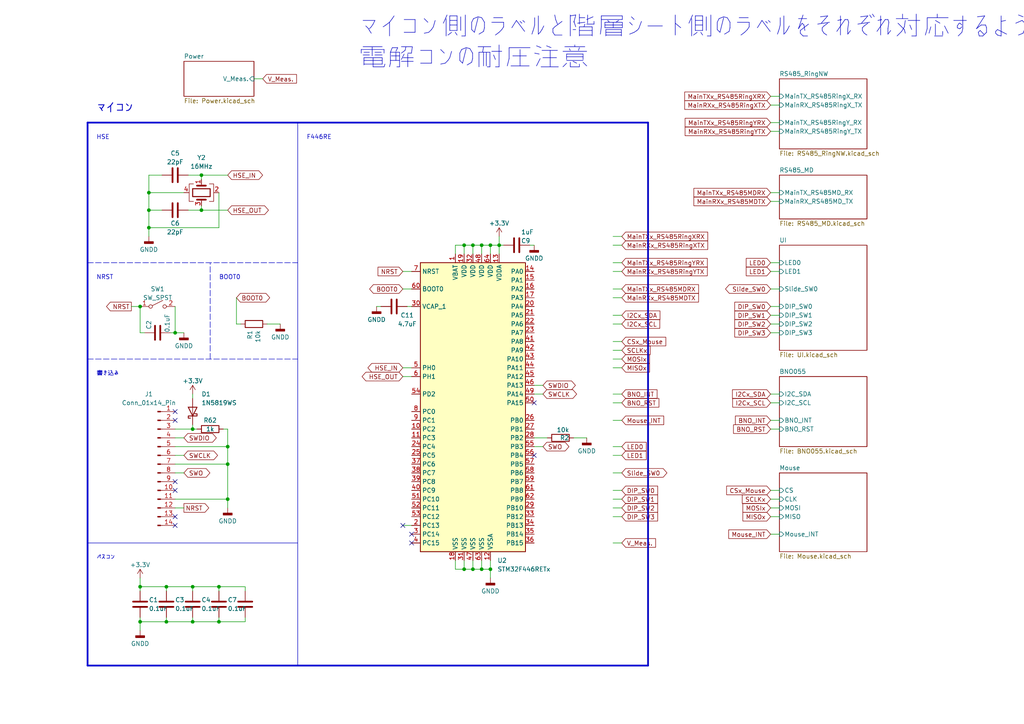
<source format=kicad_sch>
(kicad_sch (version 20230121) (generator eeschema)
  (paper "A4")
  (lib_symbols
    (symbol "Connector:Conn_01x14_Pin" (pin_names (offset 1.016) hide)
      (property "Reference" "J" (at 0 17.78 0))
      (property "Value" "Conn_01x14_Pin" (at 0 -20.32 0))
      (symbol "Conn_01x14_Pin_1_1"
        (polyline (pts (xy 1.27 -17.78) (xy 0.8636 -17.78)) (stroke (width 0.1524)))
        (polyline (pts (xy 1.27 -15.24) (xy 0.8636 -15.24)) (stroke (width 0.1524)))
        (polyline (pts (xy 1.27 -12.7) (xy 0.8636 -12.7)) (stroke (width 0.1524)))
        (polyline (pts (xy 1.27 -10.16) (xy 0.8636 -10.16)) (stroke (width 0.1524)))
        (polyline (pts (xy 1.27 -7.62) (xy 0.8636 -7.62)) (stroke (width 0.1524)))
        (polyline (pts (xy 1.27 -5.08) (xy 0.8636 -5.08)) (stroke (width 0.1524)))
        (polyline (pts (xy 1.27 -2.54) (xy 0.8636 -2.54)) (stroke (width 0.1524)))
        (polyline (pts (xy 1.27 0) (xy 0.8636 0)) (stroke (width 0.1524)))
        (polyline (pts (xy 1.27 2.54) (xy 0.8636 2.54)) (stroke (width 0.1524)))
        (polyline (pts (xy 1.27 5.08) (xy 0.8636 5.08)) (stroke (width 0.1524)))
        (polyline (pts (xy 1.27 7.62) (xy 0.8636 7.62)) (stroke (width 0.1524)))
        (polyline (pts (xy 1.27 10.16) (xy 0.8636 10.16)) (stroke (width 0.1524)))
        (polyline (pts (xy 1.27 12.7) (xy 0.8636 12.7)) (stroke (width 0.1524)))
        (polyline (pts (xy 1.27 15.24) (xy 0.8636 15.24)) (stroke (width 0.1524)))
        (rectangle (start 0.8636 -17.653) (end 0 -17.907) (stroke (width 0.1524)) (fill (type outline)))
        (rectangle (start 0.8636 -15.113) (end 0 -15.367) (stroke (width 0.1524)) (fill (type outline)))
        (rectangle (start 0.8636 -12.573) (end 0 -12.827) (stroke (width 0.1524)) (fill (type outline)))
        (rectangle (start 0.8636 -10.033) (end 0 -10.287) (stroke (width 0.1524)) (fill (type outline)))
        (rectangle (start 0.8636 -7.493) (end 0 -7.747) (stroke (width 0.1524)) (fill (type outline)))
        (rectangle (start 0.8636 -4.953) (end 0 -5.207) (stroke (width 0.1524)) (fill (type outline)))
        (rectangle (start 0.8636 -2.413) (end 0 -2.667) (stroke (width 0.1524)) (fill (type outline)))
        (rectangle (start 0.8636 0.127) (end 0 -0.127) (stroke (width 0.1524)) (fill (type outline)))
        (rectangle (start 0.8636 2.667) (end 0 2.413) (stroke (width 0.1524)) (fill (type outline)))
        (rectangle (start 0.8636 5.207) (end 0 4.953) (stroke (width 0.1524)) (fill (type outline)))
        (rectangle (start 0.8636 7.747) (end 0 7.493) (stroke (width 0.1524)) (fill (type outline)))
        (rectangle (start 0.8636 10.287) (end 0 10.033) (stroke (width 0.1524)) (fill (type outline)))
        (rectangle (start 0.8636 12.827) (end 0 12.573) (stroke (width 0.1524)) (fill (type outline)))
        (rectangle (start 0.8636 15.367) (end 0 15.113) (stroke (width 0.1524)) (fill (type outline)))
        (pin passive line (at 5.08 15.24 180) (length 3.81) (name "Pin_1") (number "1"))
        (pin passive line (at 5.08 -7.62 180) (length 3.81) (name "Pin_10") (number "10"))
        (pin passive line (at 5.08 -10.16 180) (length 3.81) (name "Pin_11") (number "11"))
        (pin passive line (at 5.08 -12.7 180) (length 3.81) (name "Pin_12") (number "12"))
        (pin passive line (at 5.08 -15.24 180) (length 3.81) (name "Pin_13") (number "13"))
        (pin passive line (at 5.08 -17.78 180) (length 3.81) (name "Pin_14") (number "14"))
        (pin passive line (at 5.08 12.7 180) (length 3.81) (name "Pin_2") (number "2"))
        (pin passive line (at 5.08 10.16 180) (length 3.81) (name "Pin_3") (number "3"))
        (pin passive line (at 5.08 7.62 180) (length 3.81) (name "Pin_4") (number "4"))
        (pin passive line (at 5.08 5.08 180) (length 3.81) (name "Pin_5") (number "5"))
        (pin passive line (at 5.08 2.54 180) (length 3.81) (name "Pin_6") (number "6"))
        (pin passive line (at 5.08 0 180) (length 3.81) (name "Pin_7") (number "7"))
        (pin passive line (at 5.08 -2.54 180) (length 3.81) (name "Pin_8") (number "8"))
        (pin passive line (at 5.08 -5.08 180) (length 3.81) (name "Pin_9") (number "9"))
      )
    )
    (symbol "D_Schottky_3" (pin_numbers hide) (pin_names (offset 1.016) hide)
      (property "Reference" "D" (at 0 2.54 0))
      (property "Value" "D_Schottky_3" (at 0 -2.54 0))
      (symbol "D_Schottky_3_0_1"
        (polyline (pts (xy 1.27 0) (xy -1.27 0)))
        (polyline (pts (xy 1.27 1.27) (xy 1.27 -1.27) (xy -1.27 0) (xy 1.27 1.27)) (stroke (width 0.254)))
        (polyline (pts (xy -1.905 0.635) (xy -1.905 1.27) (xy -1.27 1.27) (xy -1.27 -1.27) (xy -0.635 -1.27) (xy -0.635 -0.635)) (stroke (width 0.254)))
      )
      (symbol "D_Schottky_3_1_1"
        (pin passive line (at -3.81 0 0) (length 2.54) (name "K") (number "1"))
        (pin passive line (at 3.81 0 180) (length 2.54) (name "A") (number "2"))
      )
    )
    (symbol "Device:C" (pin_numbers hide) (pin_names (offset 0.254))
      (property "Reference" "C" (at 0.635 2.54 0))
      (property "Value" "C" (at 0.635 -2.54 0))
      (symbol "C_0_1"
        (polyline (pts (xy -2.032 -0.762) (xy 2.032 -0.762)) (stroke (width 0.508)))
        (polyline (pts (xy -2.032 0.762) (xy 2.032 0.762)) (stroke (width 0.508)))
      )
      (symbol "C_1_1"
        (pin passive line (at 0 3.81 270) (length 2.794) (name "~") (number "1"))
        (pin passive line (at 0 -3.81 90) (length 2.794) (name "~") (number "2"))
      )
    )
    (symbol "Device:Crystal_GND24" (pin_names (offset 1.016) hide)
      (property "Reference" "Y" (at 3.175 5.08 0))
      (property "Value" "Crystal_GND24" (at 3.175 3.175 0))
      (symbol "Crystal_GND24_0_1"
        (rectangle (start -1.143 2.54) (end 1.143 -2.54) (stroke (width 0.3048)))
        (polyline (pts (xy -2.54 0) (xy -2.032 0)))
        (polyline (pts (xy -2.032 -1.27) (xy -2.032 1.27)) (stroke (width 0.508)))
        (polyline (pts (xy 0 -3.81) (xy 0 -3.556)))
        (polyline (pts (xy 0 3.556) (xy 0 3.81)))
        (polyline (pts (xy 2.032 -1.27) (xy 2.032 1.27)) (stroke (width 0.508)))
        (polyline (pts (xy 2.032 0) (xy 2.54 0)))
        (polyline (pts (xy -2.54 -2.286) (xy -2.54 -3.556) (xy 2.54 -3.556) (xy 2.54 -2.286)))
        (polyline (pts (xy -2.54 2.286) (xy -2.54 3.556) (xy 2.54 3.556) (xy 2.54 2.286)))
      )
      (symbol "Crystal_GND24_1_1"
        (pin passive line (at -3.81 0 0) (length 1.27) (name "1") (number "1"))
        (pin passive line (at 0 5.08 270) (length 1.27) (name "2") (number "2"))
        (pin passive line (at 3.81 0 180) (length 1.27) (name "3") (number "3"))
        (pin passive line (at 0 -5.08 90) (length 1.27) (name "4") (number "4"))
      )
    )
    (symbol "Device:R" (pin_numbers hide) (pin_names (offset 0))
      (property "Reference" "R" (at 2.032 0 90))
      (property "Value" "R" (at 0 0 90))
      (symbol "R_0_1"
        (rectangle (start -1.016 -2.54) (end 1.016 2.54) (stroke (width 0.254)))
      )
      (symbol "R_1_1"
        (pin passive line (at 0 3.81 270) (length 1.27) (name "~") (number "1"))
        (pin passive line (at 0 -3.81 90) (length 1.27) (name "~") (number "2"))
      )
    )
    (symbol "MCU_ST_STM32F4:STM32F446RETx"
      (property "Reference" "U" (at -15.24 41.91 0))
      (property "Value" "STM32F446RETx" (at 10.16 41.91 0))
      (symbol "STM32F446RETx_0_1"
        (rectangle (start -15.24 -43.18) (end 15.24 40.64) (stroke (width 0.254)) (fill (type background)))
      )
      (symbol "STM32F446RETx_1_1"
        (pin power_in line (at -5.08 43.18 270) (length 2.54) (name "VBAT") (number "1"))
        (pin bidirectional line (at -17.78 -7.62 0) (length 2.54) (name "PC2") (number "10"))
        (pin bidirectional line (at -17.78 -10.16 0) (length 2.54) (name "PC3") (number "11"))
        (pin power_in line (at 5.08 -45.72 90) (length 2.54) (name "VSSA") (number "12"))
        (pin power_in line (at 7.62 43.18 270) (length 2.54) (name "VDDA") (number "13"))
        (pin bidirectional line (at 17.78 38.1 180) (length 2.54) (name "PA0") (number "14"))
        (pin bidirectional line (at 17.78 35.56 180) (length 2.54) (name "PA1") (number "15"))
        (pin bidirectional line (at 17.78 33.02 180) (length 2.54) (name "PA2") (number "16"))
        (pin bidirectional line (at 17.78 30.48 180) (length 2.54) (name "PA3") (number "17"))
        (pin power_in line (at -5.08 -45.72 90) (length 2.54) (name "VSS") (number "18"))
        (pin power_in line (at -2.54 43.18 270) (length 2.54) (name "VDD") (number "19"))
        (pin bidirectional line (at -17.78 -35.56 0) (length 2.54) (name "PC13") (number "2"))
        (pin bidirectional line (at 17.78 27.94 180) (length 2.54) (name "PA4") (number "20"))
        (pin bidirectional line (at 17.78 25.4 180) (length 2.54) (name "PA5") (number "21"))
        (pin bidirectional line (at 17.78 22.86 180) (length 2.54) (name "PA6") (number "22"))
        (pin bidirectional line (at 17.78 20.32 180) (length 2.54) (name "PA7") (number "23"))
        (pin bidirectional line (at -17.78 -12.7 0) (length 2.54) (name "PC4") (number "24"))
        (pin bidirectional line (at -17.78 -15.24 0) (length 2.54) (name "PC5") (number "25"))
        (pin bidirectional line (at 17.78 -5.08 180) (length 2.54) (name "PB0") (number "26"))
        (pin bidirectional line (at 17.78 -7.62 180) (length 2.54) (name "PB1") (number "27"))
        (pin bidirectional line (at 17.78 -10.16 180) (length 2.54) (name "PB2") (number "28"))
        (pin bidirectional line (at 17.78 -30.48 180) (length 2.54) (name "PB10") (number "29"))
        (pin bidirectional line (at -17.78 -38.1 0) (length 2.54) (name "PC14") (number "3"))
        (pin power_in line (at -17.78 27.94 0) (length 2.54) (name "VCAP_1") (number "30"))
        (pin power_in line (at -2.54 -45.72 90) (length 2.54) (name "VSS") (number "31"))
        (pin power_in line (at 0 43.18 270) (length 2.54) (name "VDD") (number "32"))
        (pin bidirectional line (at 17.78 -33.02 180) (length 2.54) (name "PB12") (number "33"))
        (pin bidirectional line (at 17.78 -35.56 180) (length 2.54) (name "PB13") (number "34"))
        (pin bidirectional line (at 17.78 -38.1 180) (length 2.54) (name "PB14") (number "35"))
        (pin bidirectional line (at 17.78 -40.64 180) (length 2.54) (name "PB15") (number "36"))
        (pin bidirectional line (at -17.78 -17.78 0) (length 2.54) (name "PC6") (number "37"))
        (pin bidirectional line (at -17.78 -20.32 0) (length 2.54) (name "PC7") (number "38"))
        (pin bidirectional line (at -17.78 -22.86 0) (length 2.54) (name "PC8") (number "39"))
        (pin bidirectional line (at -17.78 -40.64 0) (length 2.54) (name "PC15") (number "4"))
        (pin bidirectional line (at -17.78 -25.4 0) (length 2.54) (name "PC9") (number "40"))
        (pin bidirectional line (at 17.78 17.78 180) (length 2.54) (name "PA8") (number "41"))
        (pin bidirectional line (at 17.78 15.24 180) (length 2.54) (name "PA9") (number "42"))
        (pin bidirectional line (at 17.78 12.7 180) (length 2.54) (name "PA10") (number "43"))
        (pin bidirectional line (at 17.78 10.16 180) (length 2.54) (name "PA11") (number "44"))
        (pin bidirectional line (at 17.78 7.62 180) (length 2.54) (name "PA12") (number "45"))
        (pin bidirectional line (at 17.78 5.08 180) (length 2.54) (name "PA13") (number "46"))
        (pin power_in line (at 0 -45.72 90) (length 2.54) (name "VSS") (number "47"))
        (pin power_in line (at 2.54 43.18 270) (length 2.54) (name "VDD") (number "48"))
        (pin bidirectional line (at 17.78 2.54 180) (length 2.54) (name "PA14") (number "49"))
        (pin input line (at -17.78 10.16 0) (length 2.54) (name "PH0") (number "5"))
        (pin bidirectional line (at 17.78 0 180) (length 2.54) (name "PA15") (number "50"))
        (pin bidirectional line (at -17.78 -27.94 0) (length 2.54) (name "PC10") (number "51"))
        (pin bidirectional line (at -17.78 -30.48 0) (length 2.54) (name "PC11") (number "52"))
        (pin bidirectional line (at -17.78 -33.02 0) (length 2.54) (name "PC12") (number "53"))
        (pin bidirectional line (at -17.78 2.54 0) (length 2.54) (name "PD2") (number "54"))
        (pin bidirectional line (at 17.78 -12.7 180) (length 2.54) (name "PB3") (number "55"))
        (pin bidirectional line (at 17.78 -15.24 180) (length 2.54) (name "PB4") (number "56"))
        (pin bidirectional line (at 17.78 -17.78 180) (length 2.54) (name "PB5") (number "57"))
        (pin bidirectional line (at 17.78 -20.32 180) (length 2.54) (name "PB6") (number "58"))
        (pin bidirectional line (at 17.78 -22.86 180) (length 2.54) (name "PB7") (number "59"))
        (pin input line (at -17.78 7.62 0) (length 2.54) (name "PH1") (number "6"))
        (pin input line (at -17.78 33.02 0) (length 2.54) (name "BOOT0") (number "60"))
        (pin bidirectional line (at 17.78 -25.4 180) (length 2.54) (name "PB8") (number "61"))
        (pin bidirectional line (at 17.78 -27.94 180) (length 2.54) (name "PB9") (number "62"))
        (pin power_in line (at 2.54 -45.72 90) (length 2.54) (name "VSS") (number "63"))
        (pin power_in line (at 5.08 43.18 270) (length 2.54) (name "VDD") (number "64"))
        (pin input line (at -17.78 38.1 0) (length 2.54) (name "NRST") (number "7"))
        (pin bidirectional line (at -17.78 -2.54 0) (length 2.54) (name "PC0") (number "8"))
        (pin bidirectional line (at -17.78 -5.08 0) (length 2.54) (name "PC1") (number "9"))
      )
    )
    (symbol "Switch:SW_SPST" (pin_names (offset 0) hide)
      (property "Reference" "SW" (at 0 3.175 0))
      (property "Value" "SW_SPST" (at 0 -2.54 0))
      (symbol "SW_SPST_0_0"
        (circle (center -2.032 0) (radius 0.508))
        (polyline (pts (xy -1.524 0.254) (xy 1.524 1.778)))
        (circle (center 2.032 0) (radius 0.508))
      )
      (symbol "SW_SPST_1_1"
        (pin passive line (at -5.08 0 0) (length 2.54) (name "A") (number "1"))
        (pin passive line (at 5.08 0 180) (length 2.54) (name "B") (number "2"))
      )
    )
    (symbol "power:+3.3V" (power) (pin_names (offset 0))
      (property "Value" "+3.3V" (at 0 3.556 0))
      (symbol "+3.3V_0_1"
        (polyline (pts (xy -0.762 1.27) (xy 0 2.54)))
        (polyline (pts (xy 0 0) (xy 0 2.54)))
        (polyline (pts (xy 0 2.54) (xy 0.762 1.27)))
      )
      (symbol "+3.3V_1_1"
        (pin power_in line (at 0 0 90) (length 0) hide (name "+3.3V") (number "1"))
      )
    )
    (symbol "power:GNDD" (power) (pin_names (offset 0))
      (property "Value" "GNDD" (at 0 -3.175 0))
      (symbol "GNDD_0_1"
        (rectangle (start -1.27 -1.524) (end 1.27 -2.032) (stroke (width 0.254)) (fill (type outline)))
        (polyline (pts (xy 0 0) (xy 0 -1.524)))
      )
      (symbol "GNDD_1_1"
        (pin power_in line (at 0 0 270) (length 0) hide (name "GNDD") (number "1"))
      )
    )
  )
  (junction (at 43.18 55.88))
  (junction (at 139.7 165.1))
  (junction (at 40.64 180.34))
  (junction (at 144.78 71.12))
  (junction (at 50.8 96.52))
  (junction (at 63.5 180.34))
  (junction (at 43.18 60.96))
  (junction (at 40.64 88.9))
  (junction (at 40.64 170.18))
  (junction (at 55.88 180.34))
  (junction (at 63.5 170.18))
  (junction (at 142.24 165.1))
  (junction (at 66.04 144.78))
  (junction (at 58.42 50.8))
  (junction (at 139.7 71.12))
  (junction (at 48.26 180.34))
  (junction (at 55.88 124.46))
  (junction (at 43.18 66.04))
  (junction (at 66.04 129.54))
  (junction (at 134.62 71.12))
  (junction (at 137.16 165.1))
  (junction (at 134.62 165.1))
  (junction (at 48.26 170.18))
  (junction (at 66.04 134.62))
  (junction (at 142.24 71.12))
  (junction (at 55.88 170.18))
  (junction (at 58.42 60.96))
  (junction (at 137.16 71.12))
  (no_connect (at 50.8 121.92))
  (no_connect (at 50.8 139.7))
  (no_connect (at 154.94 116.84))
  (no_connect (at 50.8 149.86))
  (no_connect (at 50.8 152.4))
  (no_connect (at 50.8 142.24))
  (no_connect (at 119.38 154.94))
  (no_connect (at 154.94 132.08))
  (no_connect (at 119.38 157.48))
  (no_connect (at 116.84 152.4))
  (no_connect (at 50.8 119.38))
  (wire (pts (xy 46.99 50.8) (xy 43.18 50.8)))
  (wire (pts (xy 119.38 152.4) (xy 116.84 152.4)))
  (wire (pts (xy 48.26 179.07) (xy 48.26 180.34)))
  (wire (pts (xy 58.42 60.96) (xy 66.04 60.96)))
  (polyline (pts (xy 25.4 35.56) (xy 25.4 193.04)) (stroke (width 0.5) (type solid)))
  (wire (pts (xy 40.64 170.18) (xy 40.64 171.45)))
  (wire (pts (xy 223.52 27.94) (xy 226.06 27.94)))
  (wire (pts (xy 139.7 71.12) (xy 139.7 73.66)))
  (wire (pts (xy 55.88 170.18) (xy 55.88 171.45)))
  (wire (pts (xy 137.16 71.12) (xy 137.16 73.66)))
  (wire (pts (xy 137.16 71.12) (xy 139.7 71.12)))
  (wire (pts (xy 55.88 180.34) (xy 63.5 180.34)))
  (wire (pts (xy 154.94 114.3) (xy 157.48 114.3)))
  (wire (pts (xy 223.52 38.1) (xy 226.06 38.1)))
  (wire (pts (xy 50.8 144.78) (xy 66.04 144.78)))
  (wire (pts (xy 144.78 71.12) (xy 144.78 73.66)))
  (wire (pts (xy 223.52 116.84) (xy 226.06 116.84)))
  (wire (pts (xy 40.64 170.18) (xy 48.26 170.18)))
  (wire (pts (xy 223.52 58.42) (xy 226.06 58.42)))
  (wire (pts (xy 223.52 96.52) (xy 226.06 96.52)))
  (wire (pts (xy 43.18 55.88) (xy 43.18 60.96)))
  (wire (pts (xy 40.64 167.64) (xy 40.64 170.18)))
  (wire (pts (xy 146.05 71.12) (xy 144.78 71.12)))
  (wire (pts (xy 40.64 88.9) (xy 40.64 96.52)))
  (wire (pts (xy 64.77 124.46) (xy 66.04 124.46)))
  (wire (pts (xy 154.94 127) (xy 158.75 127)))
  (wire (pts (xy 180.34 106.68) (xy 177.8 106.68)))
  (wire (pts (xy 48.26 170.18) (xy 55.88 170.18)))
  (wire (pts (xy 180.34 116.84) (xy 177.8 116.84)))
  (wire (pts (xy 66.04 50.8) (xy 58.42 50.8)))
  (wire (pts (xy 50.8 134.62) (xy 66.04 134.62)))
  (wire (pts (xy 54.61 50.8) (xy 58.42 50.8)))
  (wire (pts (xy 223.52 147.32) (xy 226.06 147.32)))
  (wire (pts (xy 154.94 111.76) (xy 157.48 111.76)))
  (wire (pts (xy 43.18 68.58) (xy 43.18 66.04)))
  (wire (pts (xy 223.52 149.86) (xy 226.06 149.86)))
  (wire (pts (xy 139.7 165.1) (xy 142.24 165.1)))
  (wire (pts (xy 223.52 91.44) (xy 226.06 91.44)))
  (wire (pts (xy 142.24 162.56) (xy 142.24 165.1)))
  (wire (pts (xy 66.04 124.46) (xy 66.04 129.54)))
  (wire (pts (xy 223.52 121.92) (xy 226.06 121.92)))
  (wire (pts (xy 223.52 55.88) (xy 226.06 55.88)))
  (wire (pts (xy 137.16 165.1) (xy 139.7 165.1)))
  (wire (pts (xy 58.42 50.8) (xy 58.42 52.07)))
  (wire (pts (xy 116.84 78.74) (xy 119.38 78.74)))
  (wire (pts (xy 43.18 55.88) (xy 53.34 55.88)))
  (wire (pts (xy 58.42 59.69) (xy 58.42 60.96)))
  (wire (pts (xy 137.16 162.56) (xy 137.16 165.1)))
  (wire (pts (xy 180.34 104.14) (xy 177.8 104.14)))
  (wire (pts (xy 55.88 170.18) (xy 63.5 170.18)))
  (wire (pts (xy 180.34 86.36) (xy 177.8 86.36)))
  (wire (pts (xy 77.47 93.98) (xy 81.28 93.98)))
  (wire (pts (xy 116.84 106.68) (xy 119.38 106.68)))
  (wire (pts (xy 177.8 114.3) (xy 180.34 114.3)))
  (wire (pts (xy 142.24 71.12) (xy 144.78 71.12)))
  (wire (pts (xy 223.52 83.82) (xy 226.06 83.82)))
  (wire (pts (xy 180.34 149.86) (xy 177.8 149.86)))
  (polyline (pts (xy 25.4 35.56) (xy 187.96 35.56)) (stroke (width 0.5) (type solid)))
  (wire (pts (xy 55.88 123.19) (xy 55.88 124.46)))
  (wire (pts (xy 223.52 124.46) (xy 226.06 124.46)))
  (wire (pts (xy 139.7 71.12) (xy 142.24 71.12)))
  (wire (pts (xy 180.34 142.24) (xy 177.8 142.24)))
  (wire (pts (xy 134.62 165.1) (xy 137.16 165.1)))
  (wire (pts (xy 180.34 144.78) (xy 177.8 144.78)))
  (wire (pts (xy 50.8 88.9) (xy 50.8 96.52)))
  (wire (pts (xy 116.84 109.22) (xy 119.38 109.22)))
  (wire (pts (xy 144.78 68.58) (xy 144.78 71.12)))
  (wire (pts (xy 66.04 144.78) (xy 66.04 134.62)))
  (wire (pts (xy 116.84 83.82) (xy 119.38 83.82)))
  (wire (pts (xy 118.11 88.9) (xy 119.38 88.9)))
  (wire (pts (xy 68.58 86.36) (xy 68.58 93.98)))
  (wire (pts (xy 134.62 71.12) (xy 137.16 71.12)))
  (wire (pts (xy 66.04 134.62) (xy 66.04 129.54)))
  (wire (pts (xy 66.04 147.32) (xy 66.04 144.78)))
  (polyline (pts (xy 25.4 76.2) (xy 86.36 76.2)) (stroke (width 0) (type dash)))
  (wire (pts (xy 166.37 127) (xy 170.18 127)))
  (wire (pts (xy 50.8 129.54) (xy 66.04 129.54)))
  (wire (pts (xy 223.52 88.9) (xy 226.06 88.9)))
  (wire (pts (xy 55.88 124.46) (xy 57.15 124.46)))
  (wire (pts (xy 223.52 142.24) (xy 226.06 142.24)))
  (wire (pts (xy 48.26 170.18) (xy 48.26 171.45)))
  (polyline (pts (xy 86.36 157.48) (xy 25.4 157.48)) (stroke (width 0) (type solid)))
  (wire (pts (xy 223.52 30.48) (xy 226.06 30.48)))
  (wire (pts (xy 180.34 83.82) (xy 177.8 83.82)))
  (wire (pts (xy 180.34 78.74) (xy 177.8 78.74)))
  (wire (pts (xy 50.8 137.16) (xy 53.34 137.16)))
  (wire (pts (xy 55.88 114.3) (xy 55.88 115.57)))
  (wire (pts (xy 40.64 180.34) (xy 48.26 180.34)))
  (wire (pts (xy 50.8 96.52) (xy 49.53 96.52)))
  (wire (pts (xy 132.08 162.56) (xy 132.08 165.1)))
  (wire (pts (xy 40.64 180.34) (xy 40.64 182.88)))
  (wire (pts (xy 132.08 71.12) (xy 132.08 73.66)))
  (wire (pts (xy 223.52 93.98) (xy 226.06 93.98)))
  (wire (pts (xy 110.49 88.9) (xy 109.22 88.9)))
  (wire (pts (xy 180.34 93.98) (xy 177.8 93.98)))
  (polyline (pts (xy 25.4 193.04) (xy 187.96 193.04)) (stroke (width 0.5) (type solid)))
  (wire (pts (xy 71.12 180.34) (xy 71.12 179.07)))
  (wire (pts (xy 139.7 162.56) (xy 139.7 165.1)))
  (wire (pts (xy 132.08 71.12) (xy 134.62 71.12)))
  (wire (pts (xy 154.94 129.54) (xy 157.48 129.54)))
  (wire (pts (xy 153.67 71.12) (xy 154.94 71.12)))
  (wire (pts (xy 223.52 114.3) (xy 226.06 114.3)))
  (wire (pts (xy 50.8 147.32) (xy 53.34 147.32)))
  (wire (pts (xy 142.24 165.1) (xy 142.24 167.64)))
  (polyline (pts (xy 187.96 193.04) (xy 187.96 35.56)) (stroke (width 0.5) (type solid)))
  (wire (pts (xy 71.12 170.18) (xy 71.12 171.45)))
  (wire (pts (xy 180.34 91.44) (xy 177.8 91.44)))
  (wire (pts (xy 223.52 154.94) (xy 226.06 154.94)))
  (wire (pts (xy 55.88 179.07) (xy 55.88 180.34)))
  (wire (pts (xy 142.24 73.66) (xy 142.24 71.12)))
  (wire (pts (xy 180.34 71.12) (xy 177.8 71.12)))
  (wire (pts (xy 68.58 93.98) (xy 69.85 93.98)))
  (wire (pts (xy 43.18 66.04) (xy 63.5 66.04)))
  (wire (pts (xy 55.88 124.46) (xy 50.8 124.46)))
  (wire (pts (xy 73.66 22.86) (xy 76.2 22.86)))
  (wire (pts (xy 134.62 162.56) (xy 134.62 165.1)))
  (wire (pts (xy 180.34 121.92) (xy 177.8 121.92)))
  (wire (pts (xy 223.52 35.56) (xy 226.06 35.56)))
  (wire (pts (xy 63.5 55.88) (xy 63.5 66.04)))
  (wire (pts (xy 50.8 127) (xy 53.34 127)))
  (wire (pts (xy 223.52 78.74) (xy 226.06 78.74)))
  (wire (pts (xy 180.34 129.54) (xy 177.8 129.54)))
  (wire (pts (xy 134.62 73.66) (xy 134.62 71.12)))
  (wire (pts (xy 180.34 101.6) (xy 177.8 101.6)))
  (polyline (pts (xy 86.36 35.56) (xy 86.36 193.04)) (stroke (width 0) (type solid)))
  (wire (pts (xy 223.52 144.78) (xy 226.06 144.78)))
  (wire (pts (xy 50.8 132.08) (xy 53.34 132.08)))
  (polyline (pts (xy 25.4 104.14) (xy 86.36 104.14)) (stroke (width 0) (type dash)))
  (wire (pts (xy 132.08 165.1) (xy 134.62 165.1)))
  (wire (pts (xy 54.61 60.96) (xy 58.42 60.96)))
  (wire (pts (xy 180.34 99.06) (xy 177.8 99.06)))
  (wire (pts (xy 180.34 76.2) (xy 177.8 76.2)))
  (wire (pts (xy 63.5 170.18) (xy 63.5 171.45)))
  (wire (pts (xy 180.34 147.32) (xy 177.8 147.32)))
  (wire (pts (xy 38.1 88.9) (xy 40.64 88.9)))
  (wire (pts (xy 180.34 132.08) (xy 177.8 132.08)))
  (wire (pts (xy 48.26 180.34) (xy 55.88 180.34)))
  (wire (pts (xy 43.18 50.8) (xy 43.18 55.88)))
  (wire (pts (xy 180.34 137.16) (xy 177.8 137.16)))
  (wire (pts (xy 63.5 170.18) (xy 71.12 170.18)))
  (wire (pts (xy 43.18 60.96) (xy 43.18 66.04)))
  (wire (pts (xy 40.64 96.52) (xy 41.91 96.52)))
  (wire (pts (xy 223.52 76.2) (xy 226.06 76.2)))
  (wire (pts (xy 63.5 179.07) (xy 63.5 180.34)))
  (wire (pts (xy 177.8 157.48) (xy 180.34 157.48)))
  (wire (pts (xy 40.64 179.07) (xy 40.64 180.34)))
  (wire (pts (xy 180.34 68.58) (xy 177.8 68.58)))
  (wire (pts (xy 43.18 60.96) (xy 46.99 60.96)))
  (wire (pts (xy 50.8 96.52) (xy 53.34 96.52)))
  (wire (pts (xy 63.5 180.34) (xy 71.12 180.34)))
  (polyline (pts (xy 60.96 104.14) (xy 60.96 76.2)) (stroke (width 0) (type dash)))
  (text "F446RE" (at 88.9 40.64 0) (effects (font (size 1.27 1.27)) (justify left bottom)))
  (text "NRST" (at 27.94 81.28 0) (effects (font (size 1.27 1.27)) (justify left bottom)))
  (text "パスコン" (at 27.94 162.56 0) (effects (font (size 1.27 1.27)) (justify left bottom)))
  (text "マイコン" (at 27.94 33.02 0) (effects (font (size 2.54 2.54) (thickness 0.254) bold) (justify left bottom)))
  (text "BOOT0" (at 63.5 81.28 0) (effects (font (size 1.27 1.27)) (justify left bottom)))
  (text "書き込み" (at 27.94 109.22 0) (effects (font (size 1.27 1.27)) (justify left bottom)))
  (text "HSE" (at 27.94 40.64 0) (effects (font (size 1.27 1.27)) (justify left bottom)))
  (text "マイコン側のラベルと階層シート側のラベルをそれぞれ対応するように書き換える\n電解コンの耐圧注意" (at 104.14 20.32 0) (effects (font (size 5.56 5.56)) (justify left bottom)))
  (global_label "MainTXx_RS485RingXRX" (shape input) (at 180.34 68.58 0) (property "Intersheetrefs" "${INTERSHEET_REFS}" (effects hide)))
  (global_label "BNO_RST" (shape input) (at 180.34 116.84 0) (property "Intersheetrefs" "${INTERSHEET_REFS}" (effects hide)))
  (global_label "LED1" (shape input) (at 223.52 78.74 180) (property "Intersheetrefs" "${INTERSHEET_REFS}" (effects hide)))
  (global_label "HSE_IN" (shape bidirectional) (at 66.04 50.8 0) (property "Intersheetrefs" "${INTERSHEET_REFS}" (effects hide)))
  (global_label "MISOx" (shape input) (at 180.34 106.68 0) (property "Intersheetrefs" "${INTERSHEET_REFS}" (effects hide)))
  (global_label "DIP_SW0" (shape input) (at 180.34 142.24 0) (property "Intersheetrefs" "${INTERSHEET_REFS}" (effects hide)))
  (global_label "Mouse_INT" (shape input) (at 223.52 154.94 180) (property "Intersheetrefs" "${INTERSHEET_REFS}" (effects hide)))
  (global_label "SWO" (shape bidirectional) (at 53.34 137.16 0) (property "Intersheetrefs" "${INTERSHEET_REFS}" (effects hide)))
  (global_label "MISOx" (shape input) (at 223.52 149.86 180) (property "Intersheetrefs" "${INTERSHEET_REFS}" (effects hide)))
  (global_label "DIP_SW2" (shape input) (at 180.34 147.32 0) (property "Intersheetrefs" "${INTERSHEET_REFS}" (effects hide)))
  (global_label "I2Cx_SDA" (shape input) (at 223.52 114.3 180) (property "Intersheetrefs" "${INTERSHEET_REFS}" (effects hide)))
  (global_label "CSx_Mouse" (shape input) (at 180.34 99.06 0) (property "Intersheetrefs" "${INTERSHEET_REFS}" (effects hide)))
  (global_label "MainRXx_RS485RingYTX" (shape input) (at 223.52 38.1 180) (property "Intersheetrefs" "${INTERSHEET_REFS}" (effects hide)))
  (global_label "MainTXx_RS485MDRX" (shape input) (at 223.52 55.88 180) (property "Intersheetrefs" "${INTERSHEET_REFS}" (effects hide)))
  (global_label "NRST" (shape output) (at 38.1 88.9 180) (property "Intersheetrefs" "${INTERSHEET_REFS}" (effects hide)))
  (global_label "BOOT0" (shape bidirectional) (at 68.58 86.36 0) (property "Intersheetrefs" "${INTERSHEET_REFS}" (effects hide)))
  (global_label "LED0" (shape input) (at 223.52 76.2 180) (property "Intersheetrefs" "${INTERSHEET_REFS}" (effects hide)))
  (global_label "MOSIx" (shape input) (at 223.52 147.32 180) (property "Intersheetrefs" "${INTERSHEET_REFS}" (effects hide)))
  (global_label "SWO" (shape bidirectional) (at 157.48 129.54 0) (property "Intersheetrefs" "${INTERSHEET_REFS}" (effects hide)))
  (global_label "HSE_OUT" (shape bidirectional) (at 66.04 60.96 0) (property "Intersheetrefs" "${INTERSHEET_REFS}" (effects hide)))
  (global_label "BNO_INT" (shape input) (at 180.34 114.3 0) (property "Intersheetrefs" "${INTERSHEET_REFS}" (effects hide)))
  (global_label "I2Cx_SCL" (shape input) (at 223.52 116.84 180) (property "Intersheetrefs" "${INTERSHEET_REFS}" (effects hide)))
  (global_label "DIP_SW3" (shape input) (at 180.34 149.86 0) (property "Intersheetrefs" "${INTERSHEET_REFS}" (effects hide)))
  (global_label "SWDIO" (shape bidirectional) (at 157.48 111.76 0) (property "Intersheetrefs" "${INTERSHEET_REFS}" (effects hide)))
  (global_label "CSx_Mouse" (shape input) (at 223.52 142.24 180) (property "Intersheetrefs" "${INTERSHEET_REFS}" (effects hide)))
  (global_label "DIP_SW1" (shape input) (at 223.52 91.44 180) (property "Intersheetrefs" "${INTERSHEET_REFS}" (effects hide)))
  (global_label "MainRXx_RS485RingXTX" (shape input) (at 180.34 71.12 0) (property "Intersheetrefs" "${INTERSHEET_REFS}" (effects hide)))
  (global_label "SCLKx" (shape input) (at 223.52 144.78 180) (property "Intersheetrefs" "${INTERSHEET_REFS}" (effects hide)))
  (global_label "V_Meas." (shape input) (at 76.2 22.86 0) (property "Intersheetrefs" "${INTERSHEET_REFS}" (effects hide)))
  (global_label "I2Cx_SDA" (shape input) (at 180.34 91.44 0) (property "Intersheetrefs" "${INTERSHEET_REFS}" (effects hide)))
  (global_label "NRST" (shape output) (at 53.34 147.32 0) (property "Intersheetrefs" "${INTERSHEET_REFS}" (effects hide)))
  (global_label "MainRXx_RS485MDTX" (shape input) (at 180.34 86.36 0) (property "Intersheetrefs" "${INTERSHEET_REFS}" (effects hide)))
  (global_label "NRST" (shape input) (at 116.84 78.74 180) (property "Intersheetrefs" "${INTERSHEET_REFS}" (effects hide)))
  (global_label "I2Cx_SCL" (shape input) (at 180.34 93.98 0) (property "Intersheetrefs" "${INTERSHEET_REFS}" (effects hide)))
  (global_label "Slide_SW0" (shape bidirectional) (at 223.52 83.82 180) (property "Intersheetrefs" "${INTERSHEET_REFS}" (effects hide)))
  (global_label "Slide_SW0" (shape bidirectional) (at 180.34 137.16 0) (property "Intersheetrefs" "${INTERSHEET_REFS}" (effects hide)))
  (global_label "MainRXx_RS485MDTX" (shape input) (at 223.52 58.42 180) (property "Intersheetrefs" "${INTERSHEET_REFS}" (effects hide)))
  (global_label "BNO_INT" (shape input) (at 223.52 121.92 180) (property "Intersheetrefs" "${INTERSHEET_REFS}" (effects hide)))
  (global_label "SWDIO" (shape bidirectional) (at 53.34 127 0) (property "Intersheetrefs" "${INTERSHEET_REFS}" (effects hide)))
  (global_label "SCLKx" (shape input) (at 180.34 101.6 0) (property "Intersheetrefs" "${INTERSHEET_REFS}" (effects hide)))
  (global_label "MainRXx_RS485RingYTX" (shape input) (at 180.34 78.74 0) (property "Intersheetrefs" "${INTERSHEET_REFS}" (effects hide)))
  (global_label "MainTXx_RS485MDRX" (shape input) (at 180.34 83.82 0) (property "Intersheetrefs" "${INTERSHEET_REFS}" (effects hide)))
  (global_label "V_Meas." (shape input) (at 180.34 157.48 0) (property "Intersheetrefs" "${INTERSHEET_REFS}" (effects hide)))
  (global_label "SWCLK" (shape bidirectional) (at 53.34 132.08 0) (property "Intersheetrefs" "${INTERSHEET_REFS}" (effects hide)))
  (global_label "BNO_RST" (shape input) (at 223.52 124.46 180) (property "Intersheetrefs" "${INTERSHEET_REFS}" (effects hide)))
  (global_label "MOSIx" (shape input) (at 180.34 104.14 0) (property "Intersheetrefs" "${INTERSHEET_REFS}" (effects hide)))
  (global_label "DIP_SW3" (shape input) (at 223.52 96.52 180) (property "Intersheetrefs" "${INTERSHEET_REFS}" (effects hide)))
  (global_label "LED0" (shape input) (at 180.34 129.54 0) (property "Intersheetrefs" "${INTERSHEET_REFS}" (effects hide)))
  (global_label "DIP_SW2" (shape input) (at 223.52 93.98 180) (property "Intersheetrefs" "${INTERSHEET_REFS}" (effects hide)))
  (global_label "HSE_IN" (shape bidirectional) (at 116.84 106.68 180) (property "Intersheetrefs" "${INTERSHEET_REFS}" (effects hide)))
  (global_label "HSE_OUT" (shape bidirectional) (at 116.84 109.22 180) (property "Intersheetrefs" "${INTERSHEET_REFS}" (effects hide)))
  (global_label "MainTXx_RS485RingYRX" (shape input) (at 180.34 76.2 0) (property "Intersheetrefs" "${INTERSHEET_REFS}" (effects hide)))
  (global_label "BOOT0" (shape bidirectional) (at 116.84 83.82 180) (property "Intersheetrefs" "${INTERSHEET_REFS}" (effects hide)))
  (global_label "Mouse_INT" (shape input) (at 180.34 121.92 0) (property "Intersheetrefs" "${INTERSHEET_REFS}" (effects hide)))
  (global_label "DIP_SW1" (shape input) (at 180.34 144.78 0) (property "Intersheetrefs" "${INTERSHEET_REFS}" (effects hide)))
  (global_label "LED1" (shape input) (at 180.34 132.08 0) (property "Intersheetrefs" "${INTERSHEET_REFS}" (effects hide)))
  (global_label "MainTXx_RS485RingYRX" (shape input) (at 223.52 35.56 180) (property "Intersheetrefs" "${INTERSHEET_REFS}" (effects hide)))
  (global_label "SWCLK" (shape bidirectional) (at 157.48 114.3 0) (property "Intersheetrefs" "${INTERSHEET_REFS}" (effects hide)))
  (global_label "DIP_SW0" (shape input) (at 223.52 88.9 180) (property "Intersheetrefs" "${INTERSHEET_REFS}" (effects hide)))
  (global_label "MainTXx_RS485RingXRX" (shape input) (at 223.52 27.94 180) (property "Intersheetrefs" "${INTERSHEET_REFS}" (effects hide)))
  (global_label "MainRXx_RS485RingXTX" (shape input) (at 223.52 30.48 180) (property "Intersheetrefs" "${INTERSHEET_REFS}" (effects hide)))
  (symbol (lib_id "Device:C") (at 50.8 50.8 90) (unit 1)
    (property "Reference" "C5" (at 50.8 44.45 90))
    (property "Value" "22pF" (at 50.8 46.99 90))
    (property "Footprint" "Capacitor_SMD:C_0603_1608Metric" (effects hide))
  )
  (symbol (lib_id "Device:C") (at 114.3 88.9 270) (unit 1)
    (property "Reference" "C11" (at 118.11 91.44 90))
    (property "Value" "4.7uF" (at 118.11 93.98 90))
    (property "Footprint" "Capacitor_SMD:C_0603_1608Metric" (effects hide))
  )
  (symbol (lib_id "Device:C") (at 63.5 175.26 0) (unit 1)
    (property "Reference" "C7" (at 66.04 173.99 0) (effects (justify left)))
    (property "Value" "0.1uF" (at 66.04 176.53 0) (effects (justify left)))
    (property "Footprint" "Capacitor_SMD:C_0402_1005Metric" (effects hide))
  )
  (symbol (lib_id "Device:C") (at 50.8 60.96 90) (unit 1)
    (property "Reference" "C6" (at 50.8 64.77 90))
    (property "Value" "22pF" (at 50.8 67.31 90))
    (property "Footprint" "Capacitor_SMD:C_0603_1608Metric" (effects hide))
  )
  (symbol (lib_id "Device:R") (at 73.66 93.98 90) (mirror x) (unit 1)
    (property "Reference" "R1" (at 72.4916 95.758 0) (effects (justify left)))
    (property "Value" "10k" (at 74.803 95.758 0) (effects (justify left)))
    (property "Footprint" "Resistor_SMD:R_0402_1005Metric" (effects hide))
  )
  (symbol (lib_id "MCU_ST_STM32F4:STM32F446RETx") (at 137.16 116.84 0) (unit 1)
    (property "Reference" "U2" (at 144.2594 162.56 0) (effects (justify left)))
    (property "Value" "STM32F446RETx" (at 144.2594 165.1 0) (effects (justify left)))
    (property "Footprint" "Package_QFP:LQFP-64_10x10mm_P0.5mm" (effects hide))
    (property "Datasheet" "http://www.st.com/st-web-ui/static/active/en/resource/technical/document/datasheet/DM00141306.pdf" (effects hide))
  )
  (symbol (lib_id "power:GNDD") (at 170.18 127 0) (unit 1)
    (property "Reference" "#PWR015" (effects hide))
    (property "Value" "GNDD" (at 170.18 130.81 0))
  )
  (symbol (lib_id "power:+3.3V") (at 144.78 68.58 0) (unit 1)
    (property "Reference" "#PWR013" (effects hide))
    (property "Value" "+3.3V" (at 144.78 64.77 0))
  )
  (symbol (lib_name "D_Schottky_3") (lib_id "Device:D_Schottky") (at 55.88 119.38 90) (unit 1)
    (property "Reference" "D1" (at 58.42 114.3 90) (effects (justify right)))
    (property "Value" "1N5819WS" (at 58.42 116.84 90) (effects (justify right)))
    (property "Footprint" "Diode_SMD:D_SOD-323_HandSoldering" (effects hide))
  )
  (symbol (lib_id "power:+3.3V") (at 40.64 167.64 0) (unit 1)
    (property "Reference" "#PWR01" (effects hide))
    (property "Value" "+3.3V" (at 40.64 163.83 0))
  )
  (symbol (lib_id "Device:C") (at 48.26 175.26 0) (unit 1)
    (property "Reference" "C3" (at 50.8 173.99 0) (effects (justify left)))
    (property "Value" "0.1uF" (at 50.8 176.53 0) (effects (justify left)))
    (property "Footprint" "Capacitor_SMD:C_0402_1005Metric" (effects hide))
  )
  (symbol (lib_id "power:GNDD") (at 154.94 71.12 0) (mirror y) (unit 1)
    (property "Reference" "#PWR014" (effects hide))
    (property "Value" "GNDD" (at 154.94 74.93 0))
  )
  (symbol (lib_id "Device:C") (at 40.64 175.26 0) (unit 1)
    (property "Reference" "C1" (at 43.18 173.99 0) (effects (justify left)))
    (property "Value" "0.1uF" (at 43.18 176.53 0) (effects (justify left)))
    (property "Footprint" "Capacitor_SMD:C_0402_1005Metric" (effects hide))
  )
  (symbol (lib_id "power:GNDD") (at 53.34 96.52 0) (unit 1)
    (property "Reference" "#PWR04" (effects hide))
    (property "Value" "GNDD" (at 53.34 100.33 0))
  )
  (symbol (lib_id "Device:R") (at 162.56 127 90) (mirror x) (unit 1)
    (property "Reference" "R2" (at 165.1 127 90) (effects (justify left)))
    (property "Value" "10k" (at 165.1 124.6886 90) (effects (justify left)))
    (property "Footprint" "Resistor_SMD:R_0402_1005Metric" (effects hide))
  )
  (symbol (lib_id "power:GNDD") (at 43.18 68.58 0) (unit 1)
    (property "Reference" "#PWR03" (effects hide))
    (property "Value" "GNDD" (at 43.18 72.39 0))
  )
  (symbol (lib_id "power:+3.3V") (at 55.88 114.3 0) (unit 1)
    (property "Reference" "#PWR05" (effects hide))
    (property "Value" "+3.3V" (at 55.88 110.49 0))
  )
  (symbol (lib_id "Device:R") (at 60.96 124.46 90) (mirror x) (unit 1)
    (property "Reference" "R62" (at 60.96 121.92 90))
    (property "Value" "1k" (at 60.96 124.46 90))
    (property "Footprint" "Resistor_SMD:R_0402_1005Metric" (effects hide))
  )
  (symbol (lib_id "Device:C") (at 45.72 96.52 90) (unit 1)
    (property "Reference" "C2" (at 43.18 94.234 0))
    (property "Value" "0.1uF" (at 48.514 93.726 0))
    (property "Footprint" "Capacitor_SMD:C_0402_1005Metric" (effects hide))
  )
  (symbol (lib_id "power:GNDD") (at 40.64 182.88 0) (unit 1)
    (property "Reference" "#PWR02" (effects hide))
    (property "Value" "GNDD" (at 40.64 186.69 0))
  )
  (symbol (lib_id "power:GNDD") (at 81.28 93.98 0) (unit 1)
    (property "Reference" "#PWR08" (effects hide))
    (property "Value" "GNDD" (at 81.28 97.79 0))
  )
  (symbol (lib_id "Device:C") (at 55.88 175.26 0) (unit 1)
    (property "Reference" "C4" (at 58.42 173.99 0) (effects (justify left)))
    (property "Value" "0.1uF" (at 58.42 176.53 0) (effects (justify left)))
    (property "Footprint" "Capacitor_SMD:C_0402_1005Metric" (effects hide))
  )
  (symbol (lib_id "Device:Crystal_GND24") (at 58.42 55.88 270) (unit 1)
    (property "Reference" "Y2" (at 58.42 45.72 90))
    (property "Value" "16MHz" (at 58.42 48.26 90))
    (property "Footprint" "Crystal:Crystal_SMD_3225-4Pin_3.2x2.5mm" (effects hide))
  )
  (symbol (lib_id "power:GNDD") (at 66.04 147.32 0) (unit 1)
    (property "Reference" "#PWR06" (effects hide))
    (property "Value" "GNDD" (at 66.04 151.13 0))
  )
  (symbol (lib_id "Device:C") (at 149.86 71.12 270) (unit 1)
    (property "Reference" "C9" (at 151.13 69.85 90) (effects (justify left)))
    (property "Value" "1uF" (at 151.13 67.31 90) (effects (justify left)))
    (property "Footprint" "Capacitor_SMD:C_0402_1005Metric" (effects hide))
  )
  (symbol (lib_id "Connector:Conn_01x14_Pin") (at 45.72 134.62 0) (unit 1)
    (property "Reference" "J1" (at 43.18 114.3 0))
    (property "Value" "Conn_01x14_Pin" (at 43.18 116.84 0))
    (property "Footprint" "MyLibrary:BoxHeader_2x07_P1.27mm_Horizontal" (effects hide))
  )
  (symbol (lib_id "power:GNDD") (at 109.22 88.9 0) (unit 1)
    (property "Reference" "#PWR09" (effects hide))
    (property "Value" "GNDD" (at 109.22 92.71 0))
  )
  (symbol (lib_id "Switch:SW_SPST") (at 45.72 88.9 0) (unit 1)
    (property "Reference" "SW1" (at 45.72 83.82 0))
    (property "Value" "SW_SPST" (at 45.72 86.36 0))
    (property "Footprint" "Button_Switch_SMD:SW_Push_1P1T_NO_Vertical_Wuerth_434133025816" (effects hide))
  )
  (symbol (lib_id "Device:C") (at 71.12 175.26 0) (unit 1)
    (property "Reference" "C8" (effects hide))
    (property "Value" "0.1uF" (effects hide))
    (property "Footprint" "Capacitor_SMD:C_0402_1005Metric" (effects hide))
  )
  (symbol (lib_id "power:GNDD") (at 142.24 167.64 0) (unit 1)
    (property "Reference" "#PWR012" (effects hide))
    (property "Value" "GNDD" (at 142.24 171.45 0))
  )
  (sheet (at 226.06 50.8) (size 25.4 12.7) (stroke (width 0.1524))
    (property "Sheetname" "RS485_MD" (at 226.06 50.0884 0) (effects (justify left bottom)))
    (property "Sheetfile" "RS485_MD.kicad_sch" (at 226.06 64.0846 0) (effects (justify left top)))
    (pin "MainRX_RS485MD_TX" input (at 226.06 58.42 180))
    (pin "MainTX_RS485MD_RX" input (at 226.06 55.88 180))
  )
  (sheet (at 226.06 109.22) (size 25.4 20.32) (stroke (width 0.1524))
    (property "Sheetname" "BNO055" (at 226.06 108.5084 0) (effects (justify left bottom)))
    (property "Sheetfile" "BNO055.kicad_sch" (at 226.06 130.1246 0) (effects (justify left top)))
    (pin "I2C_SDA" input (at 226.06 114.3 180))
    (pin "BNO_RST" input (at 226.06 124.46 180))
    (pin "I2C_SCL" input (at 226.06 116.84 180))
    (pin "BNO_INT" input (at 226.06 121.92 180))
  )
  (sheet (at 53.34 17.78) (size 20.32 10.16) (stroke (width 0.1524))
    (property "Sheetname" "Power" (at 53.34 17.0684 0) (effects (justify left bottom)))
    (property "Sheetfile" "Power.kicad_sch" (at 53.34 28.5246 0) (effects (justify left top)))
    (pin "V_Meas." input (at 73.66 22.86 0))
  )
  (sheet (at 226.06 22.86) (size 25.4 20.32) (stroke (width 0.1524))
    (property "Sheetname" "RS485_RingNW" (at 226.06 22.1484 0) (effects (justify left bottom)))
    (property "Sheetfile" "RS485_RingNW.kicad_sch" (at 226.06 43.7646 0) (effects (justify left top)))
    (pin "MainTX_RS485RingX_RX" input (at 226.06 27.94 180))
    (pin "MainRX_RS485RingX_TX" input (at 226.06 30.48 180))
    (pin "MainRX_RS485RingY_TX" input (at 226.06 38.1 180))
    (pin "MainTX_RS485RingY_RX" input (at 226.06 35.56 180))
  )
  (sheet (at 226.06 71.12) (size 25.4 30.48) (stroke (width 0.1524))
    (property "Sheetname" "UI" (at 226.06 70.4084 0) (effects (justify left bottom)))
    (property "Sheetfile" "UI.kicad_sch" (at 226.06 102.1846 0) (effects (justify left top)))
    (pin "LED1" input (at 226.06 78.74 180))
    (pin "LED0" input (at 226.06 76.2 180))
    (pin "Slide_SW0" input (at 226.06 83.82 180))
    (pin "DIP_SW2" input (at 226.06 93.98 180))
    (pin "DIP_SW1" input (at 226.06 91.44 180))
    (pin "DIP_SW3" input (at 226.06 96.52 180))
    (pin "DIP_SW0" input (at 226.06 88.9 180))
  )
  (sheet (at 226.06 137.16) (size 25.4 22.86) (stroke (width 0.1524))
    (property "Sheetname" "Mouse" (at 226.06 136.4484 0) (effects (justify left bottom)))
    (property "Sheetfile" "Mouse.kicad_sch" (at 226.06 160.6046 0) (effects (justify left top)))
    (pin "CLK" input (at 226.06 144.78 180))
    (pin "CS" input (at 226.06 142.24 180))
    (pin "MISO" input (at 226.06 149.86 180))
    (pin "MOSI" input (at 226.06 147.32 180))
    (pin "Mouse_INT" input (at 226.06 154.94 180))
  )
)
</source>
